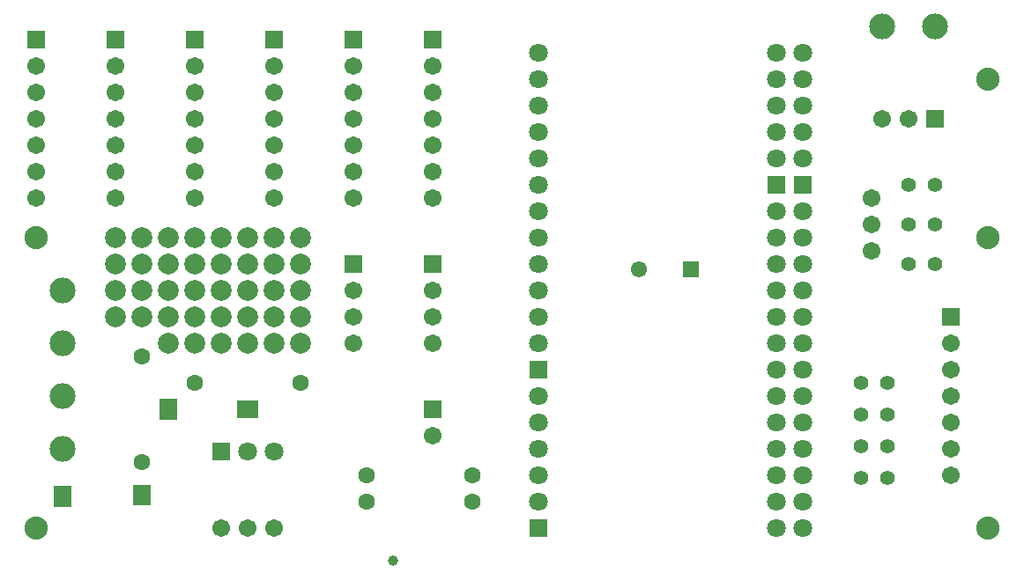
<source format=gbs>
G04*
G04 #@! TF.GenerationSoftware,Altium Limited,Altium Designer,18.0.7 (293)*
G04*
G04 Layer_Color=16711935*
%FSLAX25Y25*%
%MOIN*%
G70*
G01*
G75*
%ADD14C,0.06115*%
%ADD15R,0.06115X0.06115*%
%ADD16C,0.05524*%
%ADD17C,0.06706*%
%ADD18R,0.06706X0.06706*%
%ADD19R,0.06706X0.06706*%
%ADD20C,0.08800*%
%ADD21C,0.09800*%
%ADD22C,0.06312*%
%ADD23C,0.07099*%
%ADD24R,0.07099X0.07099*%
%ADD25C,0.07099*%
%ADD26R,0.07099X0.07099*%
%ADD27C,0.07887*%
%ADD28C,0.03950*%
%ADD50R,0.03950X0.07099*%
%ADD51R,0.07099X0.03950*%
D14*
X248158Y228000D02*
D03*
D15*
X267843Y228000D02*
D03*
D16*
X332000Y149000D02*
D03*
X342000D02*
D03*
X332000Y161000D02*
D03*
X342000D02*
D03*
X332000Y185000D02*
D03*
X342000D02*
D03*
X332000Y173000D02*
D03*
X342000D02*
D03*
X360000Y230000D02*
D03*
X350000D02*
D03*
X360000Y245000D02*
D03*
X350000D02*
D03*
X360000Y260000D02*
D03*
X350000D02*
D03*
D17*
X366000Y190000D02*
D03*
Y200000D02*
D03*
Y180000D02*
D03*
Y170000D02*
D03*
Y160000D02*
D03*
Y150000D02*
D03*
X336000Y255000D02*
D03*
Y245000D02*
D03*
Y235000D02*
D03*
X340000Y285000D02*
D03*
X350000D02*
D03*
X20000Y295000D02*
D03*
Y305000D02*
D03*
Y285000D02*
D03*
Y275000D02*
D03*
Y265000D02*
D03*
Y255000D02*
D03*
X50000Y295000D02*
D03*
Y305000D02*
D03*
Y285000D02*
D03*
Y275000D02*
D03*
Y265000D02*
D03*
Y255000D02*
D03*
X80000Y295000D02*
D03*
Y305000D02*
D03*
Y285000D02*
D03*
Y275000D02*
D03*
Y265000D02*
D03*
Y255000D02*
D03*
X110000Y295000D02*
D03*
Y305000D02*
D03*
Y285000D02*
D03*
Y275000D02*
D03*
Y265000D02*
D03*
Y255000D02*
D03*
X140000Y295000D02*
D03*
Y305000D02*
D03*
Y285000D02*
D03*
Y275000D02*
D03*
Y265000D02*
D03*
Y255000D02*
D03*
X170000Y295000D02*
D03*
Y305000D02*
D03*
Y285000D02*
D03*
Y275000D02*
D03*
Y265000D02*
D03*
Y255000D02*
D03*
Y165000D02*
D03*
Y200000D02*
D03*
Y210000D02*
D03*
Y220000D02*
D03*
X90000Y130000D02*
D03*
X100000D02*
D03*
X110000D02*
D03*
X140000Y200000D02*
D03*
Y210000D02*
D03*
Y220000D02*
D03*
D18*
X366000Y210000D02*
D03*
X20000Y315000D02*
D03*
X50000D02*
D03*
X80000D02*
D03*
X110000D02*
D03*
X140000D02*
D03*
X170000D02*
D03*
Y175000D02*
D03*
Y230000D02*
D03*
X140000D02*
D03*
D19*
X360000Y285000D02*
D03*
D20*
X380000Y240000D02*
D03*
X20000D02*
D03*
X380000Y300000D02*
D03*
Y130000D02*
D03*
X20000D02*
D03*
D21*
X340000Y320000D02*
D03*
X360000D02*
D03*
X30000Y160000D02*
D03*
Y180000D02*
D03*
Y200000D02*
D03*
Y220000D02*
D03*
D22*
X145000Y150000D02*
D03*
X185000D02*
D03*
X145000Y140000D02*
D03*
X185000D02*
D03*
X60000Y195000D02*
D03*
Y155000D02*
D03*
X120000Y185000D02*
D03*
X80000D02*
D03*
D23*
X110000Y159000D02*
D03*
X100000D02*
D03*
D24*
X90000D02*
D03*
D25*
X210000Y310000D02*
D03*
Y300000D02*
D03*
Y250000D02*
D03*
Y240000D02*
D03*
Y230000D02*
D03*
Y220000D02*
D03*
Y210000D02*
D03*
Y200000D02*
D03*
Y180000D02*
D03*
Y170000D02*
D03*
Y160000D02*
D03*
Y150000D02*
D03*
Y140000D02*
D03*
X300000Y130000D02*
D03*
Y140000D02*
D03*
Y150000D02*
D03*
Y160000D02*
D03*
Y170000D02*
D03*
Y180000D02*
D03*
Y190000D02*
D03*
Y200000D02*
D03*
Y210000D02*
D03*
Y220000D02*
D03*
Y230000D02*
D03*
Y240000D02*
D03*
Y250000D02*
D03*
Y270000D02*
D03*
Y280000D02*
D03*
Y290000D02*
D03*
Y300000D02*
D03*
Y310000D02*
D03*
X210000Y290000D02*
D03*
Y280000D02*
D03*
Y270000D02*
D03*
Y260000D02*
D03*
X310000Y130000D02*
D03*
Y140000D02*
D03*
Y150000D02*
D03*
Y160000D02*
D03*
Y170000D02*
D03*
Y180000D02*
D03*
Y190000D02*
D03*
Y200000D02*
D03*
Y210000D02*
D03*
Y220000D02*
D03*
Y230000D02*
D03*
Y240000D02*
D03*
Y250000D02*
D03*
Y270000D02*
D03*
Y280000D02*
D03*
Y290000D02*
D03*
Y300000D02*
D03*
Y310000D02*
D03*
D26*
X210000Y190000D02*
D03*
Y130000D02*
D03*
X300000Y260000D02*
D03*
X310000D02*
D03*
D27*
X70000Y200000D02*
D03*
X60000Y210000D02*
D03*
X50000D02*
D03*
Y220000D02*
D03*
X70000Y210000D02*
D03*
Y220000D02*
D03*
X60000D02*
D03*
X50000Y230000D02*
D03*
X60000D02*
D03*
X70000D02*
D03*
X80000D02*
D03*
Y220000D02*
D03*
Y210000D02*
D03*
Y200000D02*
D03*
X90000D02*
D03*
Y210000D02*
D03*
Y220000D02*
D03*
Y230000D02*
D03*
X100000D02*
D03*
Y220000D02*
D03*
Y210000D02*
D03*
Y200000D02*
D03*
X110000D02*
D03*
Y210000D02*
D03*
Y220000D02*
D03*
Y230000D02*
D03*
X120000Y200000D02*
D03*
Y210000D02*
D03*
Y220000D02*
D03*
Y230000D02*
D03*
Y240000D02*
D03*
X110000D02*
D03*
X100000D02*
D03*
X90000D02*
D03*
X80000D02*
D03*
X70000D02*
D03*
X60000D02*
D03*
X50000D02*
D03*
D28*
X155000Y117500D02*
D03*
D50*
X98100Y175000D02*
D03*
X101900D02*
D03*
D51*
X60000Y140600D02*
D03*
Y144400D02*
D03*
X30000Y140000D02*
D03*
Y143800D02*
D03*
X70000Y173100D02*
D03*
Y176900D02*
D03*
M02*

</source>
